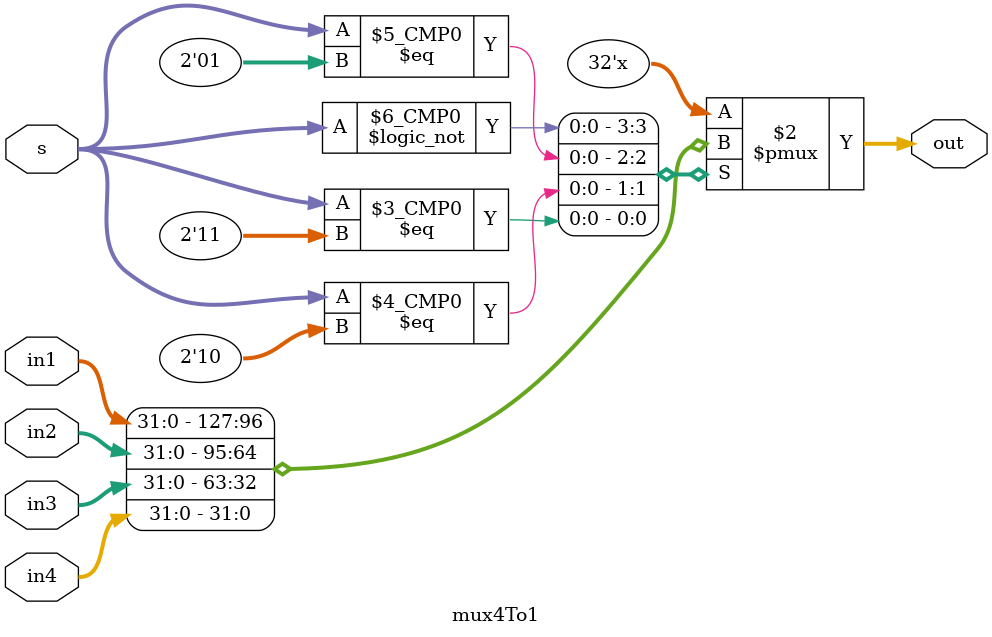
<source format=v>
`timescale 1ns / 1ps

module mux4To1(
    input [31:0] in1,
    input [31:0] in2,
    input [31:0] in3,
    input [31:0] in4,
    input [1:0] s,
    output reg [31:0] out
    );
    always @(s) begin
        case (s)
        2'b 00: out <= in1;
        2'b 01: out <= in2;
        2'b 10: out <= in3;
        2'b 11: out <= in4;
        default: out <= 0;
        endcase
    end
endmodule
</source>
